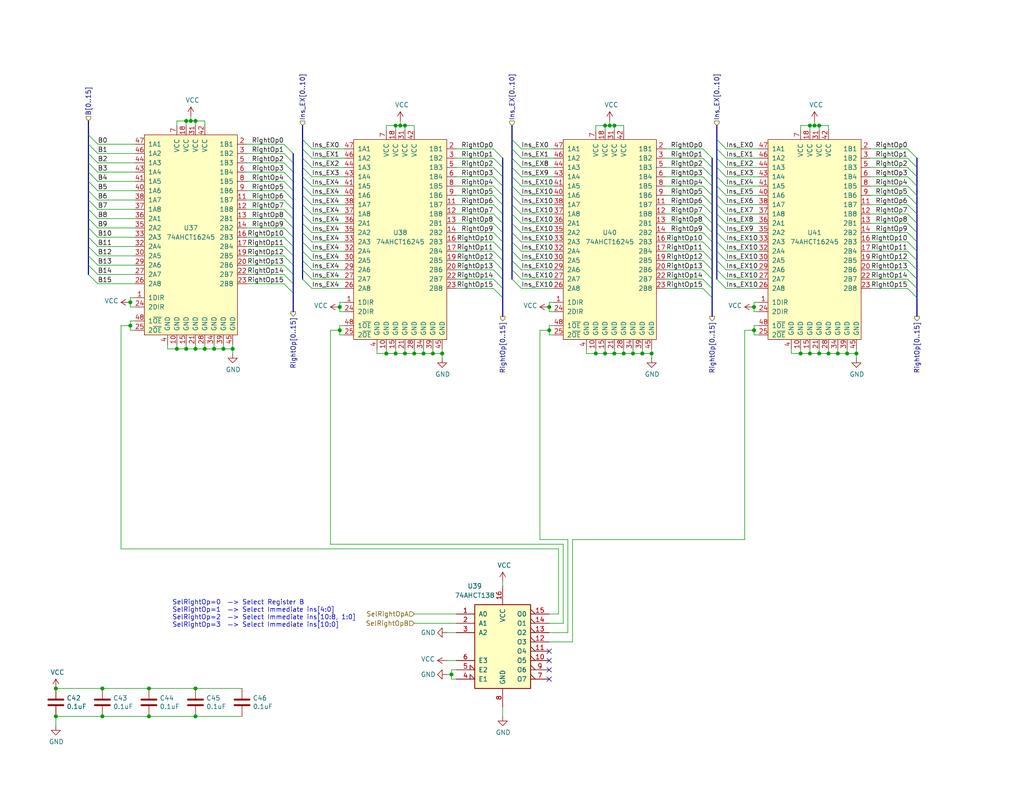
<source format=kicad_sch>
(kicad_sch (version 20230121) (generator eeschema)
  (paper "USLetter")
  (title_block (title "Select Right Operand") (date "2023-11-19") (rev "A") (comment 2 "from an immediate value contained in the instruction word.") (comment 3 "The right operand can either take the value from the B port of the register file, or") (comment 4 "Select the right operand to the ALU"))
  (lib_symbols
    (symbol "74xx (kicad5):74AHCT16245_ab" (pin_names (offset 1.016))
      (property "Reference" "U" (at 0 1.27 0))
      (property "Value" "74AHCT16245_ab" (at 0 -1.27 0))
      (symbol "74AHCT16245_ab_0_1"
        (rectangle (start -12.7 26.67) (end 12.7 -27.94) (fill (type background)))
      )
      (symbol "74AHCT16245_ab_1_1"
        (pin input line (at -15.24 -17.78 0) (length 2.54) (name "1DIR") (number "1"))
        (pin power_in line (at -3.81 -30.48 90) (length 2.54) (name "GND") (number "10"))
        (pin tri_state line (at 15.24 8.89 180) (length 2.54) (name "1B7") (number "11"))
        (pin tri_state line (at 15.24 6.35 180) (length 2.54) (name "1B8") (number "12"))
        (pin tri_state line (at 15.24 3.81 180) (length 2.54) (name "2B1") (number "13"))
        (pin tri_state line (at 15.24 1.27 180) (length 2.54) (name "2B2") (number "14"))
        (pin power_in line (at -1.27 -30.48 90) (length 2.54) (name "GND") (number "15"))
        (pin tri_state line (at 15.24 -1.27 180) (length 2.54) (name "2B3") (number "16"))
        (pin tri_state line (at 15.24 -3.81 180) (length 2.54) (name "2B4") (number "17"))
        (pin power_in line (at -1.27 29.21 270) (length 2.54) (name "VCC") (number "18"))
        (pin tri_state line (at 15.24 -6.35 180) (length 2.54) (name "2B5") (number "19"))
        (pin tri_state line (at 15.24 24.13 180) (length 2.54) (name "1B1") (number "2"))
        (pin tri_state line (at 15.24 -8.89 180) (length 2.54) (name "2B6") (number "20"))
        (pin power_in line (at 1.27 -30.48 90) (length 2.54) (name "GND") (number "21"))
        (pin tri_state line (at 15.24 -11.43 180) (length 2.54) (name "2B7") (number "22"))
        (pin tri_state line (at 15.24 -13.97 180) (length 2.54) (name "2B8") (number "23"))
        (pin input line (at -15.24 -20.32 0) (length 2.54) (name "2DIR") (number "24"))
        (pin input line (at -15.24 -26.67 0) (length 2.54) (name "2~{OE}") (number "25"))
        (pin input line (at -15.24 -13.97 0) (length 2.54) (name "2A8") (number "26"))
        (pin input line (at -15.24 -11.43 0) (length 2.54) (name "2A7") (number "27"))
        (pin power_in line (at 3.81 -30.48 90) (length 2.54) (name "GND") (number "28"))
        (pin input line (at -15.24 -8.89 0) (length 2.54) (name "2A6") (number "29"))
        (pin tri_state line (at 15.24 21.59 180) (length 2.54) (name "1B2") (number "3"))
        (pin input line (at -15.24 -6.35 0) (length 2.54) (name "2A5") (number "30"))
        (pin power_in line (at 1.27 29.21 270) (length 2.54) (name "VCC") (number "31"))
        (pin input line (at -15.24 -3.81 0) (length 2.54) (name "2A4") (number "32"))
        (pin input line (at -15.24 -1.27 0) (length 2.54) (name "2A3") (number "33"))
        (pin power_in line (at 6.35 -30.48 90) (length 2.54) (name "GND") (number "34"))
        (pin input line (at -15.24 1.27 0) (length 2.54) (name "2A2") (number "35"))
        (pin input line (at -15.24 3.81 0) (length 2.54) (name "2A1") (number "36"))
        (pin input line (at -15.24 6.35 0) (length 2.54) (name "1A8") (number "37"))
        (pin input line (at -15.24 8.89 0) (length 2.54) (name "1A7") (number "38"))
        (pin power_in line (at 8.89 -30.48 90) (length 2.54) (name "GND") (number "39"))
        (pin power_in line (at -6.35 -30.48 90) (length 2.54) (name "GND") (number "4"))
        (pin input line (at -15.24 11.43 0) (length 2.54) (name "1A6") (number "40"))
        (pin input line (at -15.24 13.97 0) (length 2.54) (name "1A5") (number "41"))
        (pin power_in line (at 3.81 29.21 270) (length 2.54) (name "VCC") (number "42"))
        (pin input line (at -15.24 16.51 0) (length 2.54) (name "1A4") (number "43"))
        (pin input line (at -15.24 19.05 0) (length 2.54) (name "1A3") (number "44"))
        (pin power_in line (at 11.43 -30.48 90) (length 2.54) (name "GND") (number "45"))
        (pin input line (at -15.24 21.59 0) (length 2.54) (name "1A2") (number "46"))
        (pin input line (at -15.24 24.13 0) (length 2.54) (name "1A1") (number "47"))
        (pin input line (at -15.24 -24.13 0) (length 2.54) (name "1~{OE}") (number "48"))
        (pin tri_state line (at 15.24 19.05 180) (length 2.54) (name "1B3") (number "5"))
        (pin tri_state line (at 15.24 16.51 180) (length 2.54) (name "1B4") (number "6"))
        (pin power_in line (at -3.81 29.21 270) (length 2.54) (name "VCC") (number "7"))
        (pin tri_state line (at 15.24 13.97 180) (length 2.54) (name "1B5") (number "8"))
        (pin tri_state line (at 15.24 11.43 180) (length 2.54) (name "1B6") (number "9"))
      )
    )
    (symbol "74xx:74LS138" (pin_names (offset 1.016))
      (property "Reference" "U" (at -7.62 11.43 0))
      (property "Value" "74LS138" (at -7.62 -13.97 0))
      (symbol "74LS138_1_0"
        (pin input line (at -12.7 7.62 0) (length 5.08) (name "A0") (number "1"))
        (pin output output_low (at 12.7 -5.08 180) (length 5.08) (name "O5") (number "10"))
        (pin output output_low (at 12.7 -2.54 180) (length 5.08) (name "O4") (number "11"))
        (pin output output_low (at 12.7 0 180) (length 5.08) (name "O3") (number "12"))
        (pin output output_low (at 12.7 2.54 180) (length 5.08) (name "O2") (number "13"))
        (pin output output_low (at 12.7 5.08 180) (length 5.08) (name "O1") (number "14"))
        (pin output output_low (at 12.7 7.62 180) (length 5.08) (name "O0") (number "15"))
        (pin power_in line (at 0 15.24 270) (length 5.08) (name "VCC") (number "16"))
        (pin input line (at -12.7 5.08 0) (length 5.08) (name "A1") (number "2"))
        (pin input line (at -12.7 2.54 0) (length 5.08) (name "A2") (number "3"))
        (pin input input_low (at -12.7 -10.16 0) (length 5.08) (name "E1") (number "4"))
        (pin input input_low (at -12.7 -7.62 0) (length 5.08) (name "E2") (number "5"))
        (pin input line (at -12.7 -5.08 0) (length 5.08) (name "E3") (number "6"))
        (pin output output_low (at 12.7 -10.16 180) (length 5.08) (name "O7") (number "7"))
        (pin power_in line (at 0 -17.78 90) (length 5.08) (name "GND") (number "8"))
        (pin output output_low (at 12.7 -7.62 180) (length 5.08) (name "O6") (number "9"))
      )
      (symbol "74LS138_1_1"
        (rectangle (start -7.62 10.16) (end 7.62 -12.7) (stroke (width 0.254)) (fill (type background)))
      )
    )
    (symbol "Device:C" (pin_numbers hide) (pin_names (offset 0.254))
      (property "Reference" "C" (at 0.635 2.54 0))
      (property "Value" "C" (at 0.635 -2.54 0))
      (symbol "C_0_1"
        (polyline (pts (xy -2.032 -0.762) (xy 2.032 -0.762)) (stroke (width 0.508)))
        (polyline (pts (xy -2.032 0.762) (xy 2.032 0.762)) (stroke (width 0.508)))
      )
      (symbol "C_1_1"
        (pin passive line (at 0 3.81 270) (length 2.794) (name "~") (number "1"))
        (pin passive line (at 0 -3.81 90) (length 2.794) (name "~") (number "2"))
      )
    )
    (symbol "power:GND" (power) (pin_names (offset 0))
      (property "Value" "GND" (at 0 -3.81 0))
      (symbol "GND_0_1"
        (polyline (pts (xy 0 0) (xy 0 -1.27) (xy 1.27 -1.27) (xy 0 -2.54) (xy -1.27 -1.27) (xy 0 -1.27)))
      )
      (symbol "GND_1_1"
        (pin power_in line (at 0 0 270) (length 0) hide (name "GND") (number "1"))
      )
    )
    (symbol "power:VCC" (power) (pin_names (offset 0))
      (property "Value" "VCC" (at 0 3.81 0))
      (symbol "VCC_0_1"
        (polyline (pts (xy -0.762 1.27) (xy 0 2.54)))
        (polyline (pts (xy 0 0) (xy 0 2.54)))
        (polyline (pts (xy 0 2.54) (xy 0.762 1.27)))
      )
      (symbol "VCC_1_1"
        (pin power_in line (at 0 0 90) (length 0) hide (name "VCC") (number "1"))
      )
    )
  )
  (junction (at 231.14 96.52))
  (junction (at 222.25 34.29))
  (junction (at 218.44 96.52))
  (junction (at 109.22 34.29))
  (junction (at 53.34 187.96))
  (junction (at 113.03 96.52))
  (junction (at 58.42 95.25))
  (junction (at 15.24 187.96))
  (junction (at 166.37 34.29))
  (junction (at 226.06 96.52))
  (junction (at 177.8 96.52))
  (junction (at 35.56 82.55))
  (junction (at 15.24 195.58))
  (junction (at 110.49 34.29))
  (junction (at 115.57 96.52))
  (junction (at 220.98 34.29))
  (junction (at 123.19 184.15))
  (junction (at 40.64 187.96))
  (junction (at 60.96 95.25))
  (junction (at 172.72 96.52))
  (junction (at 165.1 34.29))
  (junction (at 53.34 33.02))
  (junction (at 110.49 96.52))
  (junction (at 50.8 33.02))
  (junction (at 120.65 96.52))
  (junction (at 27.94 195.58))
  (junction (at 205.74 83.82))
  (junction (at 27.94 187.96))
  (junction (at 228.6 96.52))
  (junction (at 149.86 90.17))
  (junction (at 167.64 96.52))
  (junction (at 167.64 34.29))
  (junction (at 53.34 195.58))
  (junction (at 162.56 96.52))
  (junction (at 118.11 96.52))
  (junction (at 35.56 88.9))
  (junction (at 63.5 95.25))
  (junction (at 40.64 195.58))
  (junction (at 205.74 90.17))
  (junction (at 165.1 96.52))
  (junction (at 105.41 96.52))
  (junction (at 92.71 83.82))
  (junction (at 48.26 95.25))
  (junction (at 170.18 96.52))
  (junction (at 175.26 96.52))
  (junction (at 52.07 33.02))
  (junction (at 92.71 90.17))
  (junction (at 53.34 95.25))
  (junction (at 107.95 34.29))
  (junction (at 149.86 83.82))
  (junction (at 223.52 96.52))
  (junction (at 233.68 96.52))
  (junction (at 55.88 95.25))
  (junction (at 223.52 34.29))
  (junction (at 220.98 96.52))
  (junction (at 107.95 96.52))
  (junction (at 50.8 95.25))
  (no_connect (at 149.86 177.8))
  (no_connect (at 149.86 185.42))
  (no_connect (at 149.86 180.34))
  (no_connect (at 149.86 182.88))
  (bus_entry (at 24.13 46.99) (size 2.54 2.54))
  (bus_entry (at 198.12 40.64) (size -2.54 -2.54))
  (bus_entry (at 134.62 68.58) (size 2.54 2.54))
  (bus_entry (at 77.47 69.85) (size 2.54 2.54))
  (bus_entry (at 24.13 64.77) (size 2.54 2.54))
  (bus_entry (at 198.12 50.8) (size -2.54 -2.54))
  (bus_entry (at 142.24 76.2) (size -2.54 -2.54))
  (bus_entry (at 24.13 67.31) (size 2.54 2.54))
  (bus_entry (at 85.09 76.2) (size -2.54 -2.54))
  (bus_entry (at 77.47 46.99) (size 2.54 2.54))
  (bus_entry (at 77.47 49.53) (size 2.54 2.54))
  (bus_entry (at 191.77 76.2) (size 2.54 2.54))
  (bus_entry (at 77.47 67.31) (size 2.54 2.54))
  (bus_entry (at 134.62 40.64) (size 2.54 2.54))
  (bus_entry (at 85.09 43.18) (size -2.54 -2.54))
  (bus_entry (at 247.65 43.18) (size 2.54 2.54))
  (bus_entry (at 85.09 63.5) (size -2.54 -2.54))
  (bus_entry (at 85.09 53.34) (size -2.54 -2.54))
  (bus_entry (at 198.12 48.26) (size -2.54 -2.54))
  (bus_entry (at 142.24 55.88) (size -2.54 -2.54))
  (bus_entry (at 198.12 45.72) (size -2.54 -2.54))
  (bus_entry (at 247.65 50.8) (size 2.54 2.54))
  (bus_entry (at 85.09 45.72) (size -2.54 -2.54))
  (bus_entry (at 24.13 52.07) (size 2.54 2.54))
  (bus_entry (at 191.77 73.66) (size 2.54 2.54))
  (bus_entry (at 191.77 63.5) (size 2.54 2.54))
  (bus_entry (at 77.47 41.91) (size 2.54 2.54))
  (bus_entry (at 142.24 68.58) (size -2.54 -2.54))
  (bus_entry (at 247.65 71.12) (size 2.54 2.54))
  (bus_entry (at 191.77 78.74) (size 2.54 2.54))
  (bus_entry (at 85.09 68.58) (size -2.54 -2.54))
  (bus_entry (at 198.12 66.04) (size -2.54 -2.54))
  (bus_entry (at 247.65 48.26) (size 2.54 2.54))
  (bus_entry (at 85.09 78.74) (size -2.54 -2.54))
  (bus_entry (at 191.77 45.72) (size 2.54 2.54))
  (bus_entry (at 24.13 62.23) (size 2.54 2.54))
  (bus_entry (at 142.24 50.8) (size -2.54 -2.54))
  (bus_entry (at 247.65 68.58) (size 2.54 2.54))
  (bus_entry (at 77.47 62.23) (size 2.54 2.54))
  (bus_entry (at 198.12 43.18) (size -2.54 -2.54))
  (bus_entry (at 191.77 48.26) (size 2.54 2.54))
  (bus_entry (at 247.65 58.42) (size 2.54 2.54))
  (bus_entry (at 77.47 64.77) (size 2.54 2.54))
  (bus_entry (at 142.24 78.74) (size -2.54 -2.54))
  (bus_entry (at 191.77 50.8) (size 2.54 2.54))
  (bus_entry (at 191.77 68.58) (size 2.54 2.54))
  (bus_entry (at 77.47 59.69) (size 2.54 2.54))
  (bus_entry (at 247.65 55.88) (size 2.54 2.54))
  (bus_entry (at 247.65 40.64) (size 2.54 2.54))
  (bus_entry (at 134.62 66.04) (size 2.54 2.54))
  (bus_entry (at 191.77 55.88) (size 2.54 2.54))
  (bus_entry (at 24.13 49.53) (size 2.54 2.54))
  (bus_entry (at 191.77 53.34) (size 2.54 2.54))
  (bus_entry (at 134.62 76.2) (size 2.54 2.54))
  (bus_entry (at 77.47 57.15) (size 2.54 2.54))
  (bus_entry (at 198.12 78.74) (size -2.54 -2.54))
  (bus_entry (at 24.13 36.83) (size 2.54 2.54))
  (bus_entry (at 24.13 39.37) (size 2.54 2.54))
  (bus_entry (at 142.24 40.64) (size -2.54 -2.54))
  (bus_entry (at 85.09 71.12) (size -2.54 -2.54))
  (bus_entry (at 134.62 58.42) (size 2.54 2.54))
  (bus_entry (at 134.62 63.5) (size 2.54 2.54))
  (bus_entry (at 134.62 78.74) (size 2.54 2.54))
  (bus_entry (at 198.12 53.34) (size -2.54 -2.54))
  (bus_entry (at 77.47 39.37) (size 2.54 2.54))
  (bus_entry (at 134.62 55.88) (size 2.54 2.54))
  (bus_entry (at 134.62 73.66) (size 2.54 2.54))
  (bus_entry (at 134.62 60.96) (size 2.54 2.54))
  (bus_entry (at 24.13 69.85) (size 2.54 2.54))
  (bus_entry (at 142.24 63.5) (size -2.54 -2.54))
  (bus_entry (at 198.12 55.88) (size -2.54 -2.54))
  (bus_entry (at 142.24 71.12) (size -2.54 -2.54))
  (bus_entry (at 191.77 60.96) (size 2.54 2.54))
  (bus_entry (at 77.47 74.93) (size 2.54 2.54))
  (bus_entry (at 85.09 55.88) (size -2.54 -2.54))
  (bus_entry (at 134.62 50.8) (size 2.54 2.54))
  (bus_entry (at 134.62 45.72) (size 2.54 2.54))
  (bus_entry (at 85.09 73.66) (size -2.54 -2.54))
  (bus_entry (at 134.62 53.34) (size 2.54 2.54))
  (bus_entry (at 198.12 58.42) (size -2.54 -2.54))
  (bus_entry (at 85.09 66.04) (size -2.54 -2.54))
  (bus_entry (at 198.12 63.5) (size -2.54 -2.54))
  (bus_entry (at 24.13 41.91) (size 2.54 2.54))
  (bus_entry (at 247.65 66.04) (size 2.54 2.54))
  (bus_entry (at 85.09 50.8) (size -2.54 -2.54))
  (bus_entry (at 198.12 60.96) (size -2.54 -2.54))
  (bus_entry (at 142.24 60.96) (size -2.54 -2.54))
  (bus_entry (at 198.12 71.12) (size -2.54 -2.54))
  (bus_entry (at 142.24 45.72) (size -2.54 -2.54))
  (bus_entry (at 85.09 48.26) (size -2.54 -2.54))
  (bus_entry (at 142.24 53.34) (size -2.54 -2.54))
  (bus_entry (at 247.65 60.96) (size 2.54 2.54))
  (bus_entry (at 191.77 58.42) (size 2.54 2.54))
  (bus_entry (at 85.09 58.42) (size -2.54 -2.54))
  (bus_entry (at 191.77 71.12) (size 2.54 2.54))
  (bus_entry (at 85.09 40.64) (size -2.54 -2.54))
  (bus_entry (at 198.12 68.58) (size -2.54 -2.54))
  (bus_entry (at 24.13 72.39) (size 2.54 2.54))
  (bus_entry (at 77.47 52.07) (size 2.54 2.54))
  (bus_entry (at 142.24 48.26) (size -2.54 -2.54))
  (bus_entry (at 191.77 43.18) (size 2.54 2.54))
  (bus_entry (at 77.47 44.45) (size 2.54 2.54))
  (bus_entry (at 24.13 44.45) (size 2.54 2.54))
  (bus_entry (at 191.77 40.64) (size 2.54 2.54))
  (bus_entry (at 85.09 60.96) (size -2.54 -2.54))
  (bus_entry (at 142.24 43.18) (size -2.54 -2.54))
  (bus_entry (at 134.62 71.12) (size 2.54 2.54))
  (bus_entry (at 247.65 63.5) (size 2.54 2.54))
  (bus_entry (at 134.62 43.18) (size 2.54 2.54))
  (bus_entry (at 77.47 54.61) (size 2.54 2.54))
  (bus_entry (at 247.65 73.66) (size 2.54 2.54))
  (bus_entry (at 77.47 77.47) (size 2.54 2.54))
  (bus_entry (at 198.12 73.66) (size -2.54 -2.54))
  (bus_entry (at 247.65 78.74) (size 2.54 2.54))
  (bus_entry (at 142.24 58.42) (size -2.54 -2.54))
  (bus_entry (at 142.24 66.04) (size -2.54 -2.54))
  (bus_entry (at 198.12 76.2) (size -2.54 -2.54))
  (bus_entry (at 142.24 73.66) (size -2.54 -2.54))
  (bus_entry (at 24.13 59.69) (size 2.54 2.54))
  (bus_entry (at 77.47 72.39) (size 2.54 2.54))
  (bus_entry (at 247.65 76.2) (size 2.54 2.54))
  (bus_entry (at 191.77 66.04) (size 2.54 2.54))
  (bus_entry (at 24.13 57.15) (size 2.54 2.54))
  (bus_entry (at 247.65 53.34) (size 2.54 2.54))
  (bus_entry (at 24.13 74.93) (size 2.54 2.54))
  (bus_entry (at 24.13 54.61) (size 2.54 2.54))
  (bus_entry (at 134.62 48.26) (size 2.54 2.54))
  (bus_entry (at 247.65 45.72) (size 2.54 2.54))
  (wire (pts (xy 40.64 195.58) (xy 27.94 195.58)))
  (bus (pts (xy 194.31 76.2) (xy 194.31 78.74)))
  (wire (pts (xy 85.09 68.58) (xy 93.98 68.58)))
  (wire (pts (xy 115.57 96.52) (xy 115.57 95.25)))
  (wire (pts (xy 35.56 81.28) (xy 35.56 82.55)))
  (bus (pts (xy 139.7 53.34) (xy 139.7 55.88)))
  (bus (pts (xy 139.7 63.5) (xy 139.7 66.04)))
  (wire (pts (xy 203.2 90.17) (xy 203.2 147.32)))
  (wire (pts (xy 162.56 96.52) (xy 165.1 96.52)))
  (bus (pts (xy 24.13 64.77) (xy 24.13 67.31)))
  (wire (pts (xy 142.24 73.66) (xy 151.13 73.66)))
  (wire (pts (xy 121.92 172.72) (xy 124.46 172.72)))
  (bus (pts (xy 139.7 34.29) (xy 139.7 38.1)))
  (bus (pts (xy 195.58 40.64) (xy 195.58 43.18)))
  (wire (pts (xy 142.24 50.8) (xy 151.13 50.8)))
  (wire (pts (xy 218.44 96.52) (xy 220.98 96.52)))
  (wire (pts (xy 77.47 62.23) (xy 67.31 62.23)))
  (wire (pts (xy 118.11 96.52) (xy 120.65 96.52)))
  (wire (pts (xy 215.9 95.25) (xy 215.9 96.52)))
  (wire (pts (xy 26.67 41.91) (xy 36.83 41.91)))
  (bus (pts (xy 250.19 78.74) (xy 250.19 81.28)))
  (wire (pts (xy 105.41 34.29) (xy 107.95 34.29)))
  (bus (pts (xy 80.01 52.07) (xy 80.01 54.61)))
  (wire (pts (xy 166.37 33.02) (xy 166.37 34.29)))
  (wire (pts (xy 110.49 34.29) (xy 113.03 34.29)))
  (wire (pts (xy 77.47 44.45) (xy 67.31 44.45)))
  (wire (pts (xy 191.77 71.12) (xy 181.61 71.12)))
  (bus (pts (xy 195.58 73.66) (xy 195.58 76.2)))
  (wire (pts (xy 60.96 95.25) (xy 63.5 95.25)))
  (bus (pts (xy 24.13 69.85) (xy 24.13 72.39)))
  (bus (pts (xy 82.55 55.88) (xy 82.55 58.42)))
  (wire (pts (xy 137.16 158.75) (xy 137.16 160.02)))
  (wire (pts (xy 191.77 58.42) (xy 181.61 58.42)))
  (wire (pts (xy 26.67 54.61) (xy 36.83 54.61)))
  (wire (pts (xy 55.88 95.25) (xy 53.34 95.25)))
  (wire (pts (xy 26.67 49.53) (xy 36.83 49.53)))
  (wire (pts (xy 207.01 82.55) (xy 205.74 82.55)))
  (wire (pts (xy 149.86 85.09) (xy 151.13 85.09)))
  (wire (pts (xy 170.18 96.52) (xy 170.18 95.25)))
  (bus (pts (xy 139.7 40.64) (xy 139.7 43.18)))
  (wire (pts (xy 156.21 147.32) (xy 203.2 147.32)))
  (wire (pts (xy 191.77 66.04) (xy 181.61 66.04)))
  (wire (pts (xy 26.67 39.37) (xy 36.83 39.37)))
  (bus (pts (xy 24.13 57.15) (xy 24.13 59.69)))
  (wire (pts (xy 121.92 184.15) (xy 123.19 184.15)))
  (wire (pts (xy 109.22 33.02) (xy 109.22 34.29)))
  (wire (pts (xy 105.41 35.56) (xy 105.41 34.29)))
  (bus (pts (xy 194.31 48.26) (xy 194.31 50.8)))
  (wire (pts (xy 134.62 71.12) (xy 124.46 71.12)))
  (wire (pts (xy 167.64 96.52) (xy 167.64 95.25)))
  (bus (pts (xy 82.55 53.34) (xy 82.55 55.88)))
  (wire (pts (xy 123.19 184.15) (xy 123.19 185.42)))
  (wire (pts (xy 247.65 76.2) (xy 237.49 76.2)))
  (bus (pts (xy 137.16 68.58) (xy 137.16 71.12)))
  (wire (pts (xy 35.56 83.82) (xy 36.83 83.82)))
  (bus (pts (xy 24.13 52.07) (xy 24.13 54.61)))
  (wire (pts (xy 153.67 148.59) (xy 153.67 170.18)))
  (wire (pts (xy 27.94 195.58) (xy 15.24 195.58)))
  (wire (pts (xy 191.77 60.96) (xy 181.61 60.96)))
  (wire (pts (xy 33.02 149.86) (xy 152.4 149.86)))
  (wire (pts (xy 66.04 195.58) (xy 53.34 195.58)))
  (bus (pts (xy 82.55 66.04) (xy 82.55 68.58)))
  (wire (pts (xy 191.77 53.34) (xy 181.61 53.34)))
  (wire (pts (xy 26.67 69.85) (xy 36.83 69.85)))
  (wire (pts (xy 191.77 76.2) (xy 181.61 76.2)))
  (wire (pts (xy 134.62 60.96) (xy 124.46 60.96)))
  (bus (pts (xy 137.16 48.26) (xy 137.16 50.8)))
  (wire (pts (xy 198.12 73.66) (xy 207.01 73.66)))
  (wire (pts (xy 198.12 63.5) (xy 207.01 63.5)))
  (wire (pts (xy 53.34 95.25) (xy 53.34 93.98)))
  (wire (pts (xy 226.06 96.52) (xy 226.06 95.25)))
  (wire (pts (xy 134.62 40.64) (xy 124.46 40.64)))
  (wire (pts (xy 175.26 96.52) (xy 175.26 95.25)))
  (bus (pts (xy 195.58 66.04) (xy 195.58 68.58)))
  (wire (pts (xy 198.12 50.8) (xy 207.01 50.8)))
  (wire (pts (xy 191.77 63.5) (xy 181.61 63.5)))
  (bus (pts (xy 195.58 53.34) (xy 195.58 55.88)))
  (wire (pts (xy 36.83 87.63) (xy 35.56 87.63)))
  (bus (pts (xy 137.16 76.2) (xy 137.16 78.74)))
  (wire (pts (xy 77.47 49.53) (xy 67.31 49.53)))
  (bus (pts (xy 195.58 71.12) (xy 195.58 73.66)))
  (wire (pts (xy 63.5 95.25) (xy 63.5 93.98)))
  (bus (pts (xy 80.01 54.61) (xy 80.01 57.15)))
  (bus (pts (xy 24.13 49.53) (xy 24.13 52.07)))
  (wire (pts (xy 162.56 95.25) (xy 162.56 96.52)))
  (wire (pts (xy 165.1 95.25) (xy 165.1 96.52)))
  (wire (pts (xy 134.62 43.18) (xy 124.46 43.18)))
  (wire (pts (xy 53.34 187.96) (xy 66.04 187.96)))
  (wire (pts (xy 247.65 45.72) (xy 237.49 45.72)))
  (wire (pts (xy 142.24 43.18) (xy 151.13 43.18)))
  (wire (pts (xy 85.09 71.12) (xy 93.98 71.12)))
  (bus (pts (xy 24.13 54.61) (xy 24.13 57.15)))
  (wire (pts (xy 107.95 95.25) (xy 107.95 96.52)))
  (bus (pts (xy 137.16 53.34) (xy 137.16 55.88)))
  (bus (pts (xy 195.58 68.58) (xy 195.58 71.12)))
  (wire (pts (xy 15.24 198.12) (xy 15.24 195.58)))
  (wire (pts (xy 53.34 195.58) (xy 40.64 195.58)))
  (wire (pts (xy 134.62 76.2) (xy 124.46 76.2)))
  (wire (pts (xy 220.98 34.29) (xy 222.25 34.29)))
  (wire (pts (xy 50.8 93.98) (xy 50.8 95.25)))
  (wire (pts (xy 198.12 76.2) (xy 207.01 76.2)))
  (wire (pts (xy 113.03 167.64) (xy 124.46 167.64)))
  (bus (pts (xy 250.19 50.8) (xy 250.19 53.34)))
  (bus (pts (xy 82.55 38.1) (xy 82.55 40.64)))
  (bus (pts (xy 80.01 74.93) (xy 80.01 77.47)))
  (wire (pts (xy 247.65 60.96) (xy 237.49 60.96)))
  (wire (pts (xy 77.47 67.31) (xy 67.31 67.31)))
  (bus (pts (xy 194.31 63.5) (xy 194.31 66.04)))
  (bus (pts (xy 82.55 40.64) (xy 82.55 43.18)))
  (wire (pts (xy 177.8 97.79) (xy 177.8 96.52)))
  (wire (pts (xy 107.95 35.56) (xy 107.95 34.29)))
  (wire (pts (xy 198.12 55.88) (xy 207.01 55.88)))
  (wire (pts (xy 90.17 148.59) (xy 153.67 148.59)))
  (wire (pts (xy 26.67 59.69) (xy 36.83 59.69)))
  (wire (pts (xy 149.86 88.9) (xy 149.86 90.17)))
  (wire (pts (xy 191.77 55.88) (xy 181.61 55.88)))
  (wire (pts (xy 77.47 77.47) (xy 67.31 77.47)))
  (wire (pts (xy 90.17 90.17) (xy 90.17 148.59)))
  (wire (pts (xy 142.24 60.96) (xy 151.13 60.96)))
  (bus (pts (xy 82.55 73.66) (xy 82.55 76.2)))
  (wire (pts (xy 198.12 40.64) (xy 207.01 40.64)))
  (bus (pts (xy 82.55 45.72) (xy 82.55 48.26)))
  (wire (pts (xy 110.49 35.56) (xy 110.49 34.29)))
  (bus (pts (xy 80.01 62.23) (xy 80.01 64.77)))
  (wire (pts (xy 218.44 34.29) (xy 220.98 34.29)))
  (wire (pts (xy 165.1 35.56) (xy 165.1 34.29)))
  (wire (pts (xy 198.12 53.34) (xy 207.01 53.34)))
  (wire (pts (xy 121.92 180.34) (xy 124.46 180.34)))
  (wire (pts (xy 142.24 40.64) (xy 151.13 40.64)))
  (wire (pts (xy 247.65 55.88) (xy 237.49 55.88)))
  (bus (pts (xy 195.58 63.5) (xy 195.58 66.04)))
  (wire (pts (xy 134.62 73.66) (xy 124.46 73.66)))
  (wire (pts (xy 92.71 83.82) (xy 92.71 85.09)))
  (bus (pts (xy 139.7 45.72) (xy 139.7 48.26)))
  (bus (pts (xy 24.13 36.83) (xy 24.13 39.37)))
  (bus (pts (xy 137.16 78.74) (xy 137.16 81.28)))
  (wire (pts (xy 77.47 41.91) (xy 67.31 41.91)))
  (wire (pts (xy 191.77 50.8) (xy 181.61 50.8)))
  (wire (pts (xy 226.06 96.52) (xy 223.52 96.52)))
  (wire (pts (xy 85.09 58.42) (xy 93.98 58.42)))
  (bus (pts (xy 195.58 50.8) (xy 195.58 53.34)))
  (wire (pts (xy 92.71 88.9) (xy 92.71 90.17)))
  (bus (pts (xy 139.7 71.12) (xy 139.7 73.66)))
  (bus (pts (xy 194.31 43.18) (xy 194.31 45.72)))
  (wire (pts (xy 77.47 59.69) (xy 67.31 59.69)))
  (wire (pts (xy 149.86 172.72) (xy 154.94 172.72)))
  (bus (pts (xy 82.55 71.12) (xy 82.55 73.66)))
  (wire (pts (xy 198.12 68.58) (xy 207.01 68.58)))
  (wire (pts (xy 113.03 34.29) (xy 113.03 35.56)))
  (wire (pts (xy 15.24 187.96) (xy 27.94 187.96)))
  (wire (pts (xy 105.41 95.25) (xy 105.41 96.52)))
  (wire (pts (xy 154.94 147.32) (xy 154.94 172.72)))
  (wire (pts (xy 247.65 66.04) (xy 237.49 66.04)))
  (wire (pts (xy 134.62 78.74) (xy 124.46 78.74)))
  (wire (pts (xy 220.98 35.56) (xy 220.98 34.29)))
  (wire (pts (xy 110.49 96.52) (xy 110.49 95.25)))
  (wire (pts (xy 149.86 91.44) (xy 151.13 91.44)))
  (wire (pts (xy 137.16 193.04) (xy 137.16 195.58)))
  (wire (pts (xy 92.71 82.55) (xy 92.71 83.82)))
  (wire (pts (xy 107.95 34.29) (xy 109.22 34.29)))
  (bus (pts (xy 137.16 43.18) (xy 137.16 45.72)))
  (wire (pts (xy 198.12 43.18) (xy 207.01 43.18)))
  (wire (pts (xy 113.03 96.52) (xy 113.03 95.25)))
  (wire (pts (xy 26.67 57.15) (xy 36.83 57.15)))
  (bus (pts (xy 194.31 58.42) (xy 194.31 60.96)))
  (wire (pts (xy 113.03 96.52) (xy 110.49 96.52)))
  (wire (pts (xy 207.01 88.9) (xy 205.74 88.9)))
  (wire (pts (xy 123.19 185.42) (xy 124.46 185.42)))
  (wire (pts (xy 26.67 46.99) (xy 36.83 46.99)))
  (wire (pts (xy 134.62 48.26) (xy 124.46 48.26)))
  (bus (pts (xy 139.7 73.66) (xy 139.7 76.2)))
  (bus (pts (xy 250.19 48.26) (xy 250.19 50.8)))
  (wire (pts (xy 85.09 43.18) (xy 93.98 43.18)))
  (wire (pts (xy 118.11 96.52) (xy 118.11 95.25)))
  (wire (pts (xy 55.88 95.25) (xy 55.88 93.98)))
  (wire (pts (xy 26.67 77.47) (xy 36.83 77.47)))
  (wire (pts (xy 50.8 95.25) (xy 53.34 95.25)))
  (bus (pts (xy 194.31 66.04) (xy 194.31 68.58)))
  (wire (pts (xy 63.5 96.52) (xy 63.5 95.25)))
  (wire (pts (xy 85.09 76.2) (xy 93.98 76.2)))
  (bus (pts (xy 194.31 55.88) (xy 194.31 58.42)))
  (wire (pts (xy 52.07 31.75) (xy 52.07 33.02)))
  (wire (pts (xy 77.47 54.61) (xy 67.31 54.61)))
  (wire (pts (xy 233.68 97.79) (xy 233.68 96.52)))
  (wire (pts (xy 26.67 72.39) (xy 36.83 72.39)))
  (wire (pts (xy 165.1 34.29) (xy 166.37 34.29)))
  (bus (pts (xy 194.31 50.8) (xy 194.31 53.34)))
  (wire (pts (xy 247.65 40.64) (xy 237.49 40.64)))
  (wire (pts (xy 115.57 96.52) (xy 113.03 96.52)))
  (wire (pts (xy 222.25 33.02) (xy 222.25 34.29)))
  (wire (pts (xy 48.26 34.29) (xy 48.26 33.02)))
  (wire (pts (xy 35.56 90.17) (xy 36.83 90.17)))
  (wire (pts (xy 142.24 53.34) (xy 151.13 53.34)))
  (bus (pts (xy 24.13 39.37) (xy 24.13 41.91)))
  (bus (pts (xy 195.58 43.18) (xy 195.58 45.72)))
  (wire (pts (xy 102.87 95.25) (xy 102.87 96.52)))
  (wire (pts (xy 247.65 43.18) (xy 237.49 43.18)))
  (wire (pts (xy 26.67 64.77) (xy 36.83 64.77)))
  (wire (pts (xy 26.67 52.07) (xy 36.83 52.07)))
  (wire (pts (xy 160.02 95.25) (xy 160.02 96.52)))
  (wire (pts (xy 228.6 96.52) (xy 231.14 96.52)))
  (bus (pts (xy 82.55 48.26) (xy 82.55 50.8)))
  (wire (pts (xy 172.72 96.52) (xy 175.26 96.52)))
  (wire (pts (xy 149.86 83.82) (xy 149.86 85.09)))
  (wire (pts (xy 223.52 35.56) (xy 223.52 34.29)))
  (wire (pts (xy 198.12 66.04) (xy 207.01 66.04)))
  (wire (pts (xy 134.62 68.58) (xy 124.46 68.58)))
  (wire (pts (xy 149.86 175.26) (xy 156.21 175.26)))
  (wire (pts (xy 162.56 35.56) (xy 162.56 34.29)))
  (wire (pts (xy 26.67 67.31) (xy 36.83 67.31)))
  (wire (pts (xy 50.8 34.29) (xy 50.8 33.02)))
  (wire (pts (xy 247.65 68.58) (xy 237.49 68.58)))
  (bus (pts (xy 80.01 49.53) (xy 80.01 52.07)))
  (wire (pts (xy 35.56 88.9) (xy 35.56 90.17)))
  (wire (pts (xy 149.86 82.55) (xy 149.86 83.82)))
  (wire (pts (xy 247.65 53.34) (xy 237.49 53.34)))
  (bus (pts (xy 80.01 72.39) (xy 80.01 74.93)))
  (bus (pts (xy 139.7 58.42) (xy 139.7 60.96)))
  (wire (pts (xy 215.9 96.52) (xy 218.44 96.52)))
  (bus (pts (xy 24.13 59.69) (xy 24.13 62.23)))
  (bus (pts (xy 137.16 63.5) (xy 137.16 66.04)))
  (wire (pts (xy 205.74 90.17) (xy 203.2 90.17)))
  (bus (pts (xy 137.16 66.04) (xy 137.16 68.58)))
  (wire (pts (xy 162.56 34.29) (xy 165.1 34.29)))
  (wire (pts (xy 198.12 60.96) (xy 207.01 60.96)))
  (bus (pts (xy 24.13 72.39) (xy 24.13 74.93)))
  (bus (pts (xy 139.7 55.88) (xy 139.7 58.42)))
  (bus (pts (xy 250.19 43.18) (xy 250.19 45.72)))
  (wire (pts (xy 55.88 33.02) (xy 55.88 34.29)))
  (wire (pts (xy 58.42 95.25) (xy 58.42 93.98)))
  (wire (pts (xy 223.52 34.29) (xy 226.06 34.29)))
  (wire (pts (xy 170.18 34.29) (xy 170.18 35.56)))
  (wire (pts (xy 198.12 45.72) (xy 207.01 45.72)))
  (wire (pts (xy 175.26 96.52) (xy 177.8 96.52)))
  (wire (pts (xy 205.74 85.09) (xy 207.01 85.09)))
  (wire (pts (xy 85.09 45.72) (xy 93.98 45.72)))
  (bus (pts (xy 24.13 44.45) (xy 24.13 46.99)))
  (wire (pts (xy 151.13 82.55) (xy 149.86 82.55)))
  (wire (pts (xy 102.87 96.52) (xy 105.41 96.52)))
  (wire (pts (xy 60.96 95.25) (xy 60.96 93.98)))
  (bus (pts (xy 137.16 71.12) (xy 137.16 73.66)))
  (wire (pts (xy 228.6 96.52) (xy 228.6 95.25)))
  (bus (pts (xy 139.7 38.1) (xy 139.7 40.64)))
  (wire (pts (xy 142.24 63.5) (xy 151.13 63.5)))
  (wire (pts (xy 134.62 50.8) (xy 124.46 50.8)))
  (wire (pts (xy 109.22 34.29) (xy 110.49 34.29)))
  (bus (pts (xy 195.58 55.88) (xy 195.58 58.42)))
  (bus (pts (xy 194.31 60.96) (xy 194.31 63.5)))
  (wire (pts (xy 26.67 62.23) (xy 36.83 62.23)))
  (wire (pts (xy 35.56 88.9) (xy 33.02 88.9)))
  (wire (pts (xy 191.77 43.18) (xy 181.61 43.18)))
  (bus (pts (xy 194.31 45.72) (xy 194.31 48.26)))
  (wire (pts (xy 85.09 48.26) (xy 93.98 48.26)))
  (wire (pts (xy 153.67 170.18) (xy 149.86 170.18)))
  (bus (pts (xy 137.16 58.42) (xy 137.16 60.96)))
  (wire (pts (xy 191.77 73.66) (xy 181.61 73.66)))
  (bus (pts (xy 194.31 71.12) (xy 194.31 73.66)))
  (wire (pts (xy 233.68 96.52) (xy 233.68 95.25)))
  (wire (pts (xy 77.47 52.07) (xy 67.31 52.07)))
  (bus (pts (xy 250.19 45.72) (xy 250.19 48.26)))
  (bus (pts (xy 82.55 50.8) (xy 82.55 53.34)))
  (wire (pts (xy 218.44 95.25) (xy 218.44 96.52)))
  (wire (pts (xy 115.57 96.52) (xy 118.11 96.52)))
  (wire (pts (xy 85.09 55.88) (xy 93.98 55.88)))
  (bus (pts (xy 80.01 69.85) (xy 80.01 72.39)))
  (bus (pts (xy 250.19 55.88) (xy 250.19 58.42)))
  (wire (pts (xy 198.12 58.42) (xy 207.01 58.42)))
  (bus (pts (xy 195.58 34.29) (xy 195.58 38.1)))
  (wire (pts (xy 222.25 34.29) (xy 223.52 34.29)))
  (wire (pts (xy 85.09 50.8) (xy 93.98 50.8)))
  (wire (pts (xy 124.46 182.88) (xy 123.19 182.88)))
  (wire (pts (xy 85.09 73.66) (xy 93.98 73.66)))
  (wire (pts (xy 85.09 66.04) (xy 93.98 66.04)))
  (wire (pts (xy 205.74 91.44) (xy 207.01 91.44)))
  (wire (pts (xy 142.24 58.42) (xy 151.13 58.42)))
  (wire (pts (xy 165.1 96.52) (xy 167.64 96.52)))
  (wire (pts (xy 247.65 58.42) (xy 237.49 58.42)))
  (wire (pts (xy 205.74 90.17) (xy 205.74 91.44)))
  (wire (pts (xy 156.21 147.32) (xy 156.21 175.26)))
  (bus (pts (xy 137.16 45.72) (xy 137.16 48.26)))
  (wire (pts (xy 45.72 93.98) (xy 45.72 95.25)))
  (wire (pts (xy 231.14 96.52) (xy 233.68 96.52)))
  (wire (pts (xy 77.47 39.37) (xy 67.31 39.37)))
  (wire (pts (xy 92.71 90.17) (xy 90.17 90.17)))
  (wire (pts (xy 36.83 81.28) (xy 35.56 81.28)))
  (wire (pts (xy 142.24 48.26) (xy 151.13 48.26)))
  (wire (pts (xy 167.64 34.29) (xy 170.18 34.29)))
  (wire (pts (xy 77.47 57.15) (xy 67.31 57.15)))
  (bus (pts (xy 24.13 46.99) (xy 24.13 49.53)))
  (bus (pts (xy 250.19 66.04) (xy 250.19 68.58)))
  (bus (pts (xy 137.16 73.66) (xy 137.16 76.2)))
  (wire (pts (xy 151.13 88.9) (xy 149.86 88.9)))
  (bus (pts (xy 194.31 53.34) (xy 194.31 55.88)))
  (bus (pts (xy 82.55 60.96) (xy 82.55 63.5)))
  (bus (pts (xy 195.58 48.26) (xy 195.58 50.8)))
  (bus (pts (xy 139.7 43.18) (xy 139.7 45.72)))
  (wire (pts (xy 198.12 78.74) (xy 207.01 78.74)))
  (wire (pts (xy 142.24 78.74) (xy 151.13 78.74)))
  (bus (pts (xy 194.31 73.66) (xy 194.31 76.2)))
  (bus (pts (xy 82.55 68.58) (xy 82.55 71.12)))
  (wire (pts (xy 228.6 96.52) (xy 226.06 96.52)))
  (wire (pts (xy 142.24 68.58) (xy 151.13 68.58)))
  (bus (pts (xy 250.19 53.34) (xy 250.19 55.88)))
  (wire (pts (xy 223.52 96.52) (xy 223.52 95.25)))
  (wire (pts (xy 226.06 34.29) (xy 226.06 35.56)))
  (wire (pts (xy 105.41 96.52) (xy 107.95 96.52)))
  (wire (pts (xy 92.71 85.09) (xy 93.98 85.09)))
  (bus (pts (xy 82.55 63.5) (xy 82.55 66.04)))
  (bus (pts (xy 194.31 81.28) (xy 194.31 86.36)))
  (bus (pts (xy 80.01 64.77) (xy 80.01 67.31)))
  (bus (pts (xy 250.19 63.5) (xy 250.19 66.04)))
  (bus (pts (xy 137.16 55.88) (xy 137.16 58.42)))
  (wire (pts (xy 247.65 63.5) (xy 237.49 63.5)))
  (wire (pts (xy 170.18 96.52) (xy 167.64 96.52)))
  (wire (pts (xy 77.47 74.93) (xy 67.31 74.93)))
  (wire (pts (xy 220.98 96.52) (xy 223.52 96.52)))
  (bus (pts (xy 139.7 48.26) (xy 139.7 50.8)))
  (bus (pts (xy 24.13 62.23) (xy 24.13 64.77)))
  (bus (pts (xy 82.55 34.29) (xy 82.55 38.1)))
  (bus (pts (xy 194.31 68.58) (xy 194.31 71.12)))
  (wire (pts (xy 198.12 48.26) (xy 207.01 48.26)))
  (wire (pts (xy 120.65 96.52) (xy 120.65 95.25)))
  (wire (pts (xy 205.74 83.82) (xy 205.74 85.09)))
  (bus (pts (xy 250.19 71.12) (xy 250.19 73.66)))
  (wire (pts (xy 113.03 170.18) (xy 124.46 170.18)))
  (wire (pts (xy 134.62 45.72) (xy 124.46 45.72)))
  (wire (pts (xy 50.8 33.02) (xy 52.07 33.02)))
  (wire (pts (xy 93.98 82.55) (xy 92.71 82.55)))
  (wire (pts (xy 48.26 95.25) (xy 50.8 95.25)))
  (bus (pts (xy 80.01 59.69) (xy 80.01 62.23)))
  (wire (pts (xy 191.77 78.74) (xy 181.61 78.74)))
  (wire (pts (xy 123.19 182.88) (xy 123.19 184.15)))
  (bus (pts (xy 24.13 33.02) (xy 24.13 36.83)))
  (wire (pts (xy 77.47 69.85) (xy 67.31 69.85)))
  (bus (pts (xy 250.19 68.58) (xy 250.19 71.12)))
  (wire (pts (xy 142.24 71.12) (xy 151.13 71.12)))
  (wire (pts (xy 85.09 53.34) (xy 93.98 53.34)))
  (wire (pts (xy 26.67 74.93) (xy 36.83 74.93)))
  (wire (pts (xy 160.02 96.52) (xy 162.56 96.52)))
  (wire (pts (xy 27.94 187.96) (xy 40.64 187.96)))
  (bus (pts (xy 139.7 60.96) (xy 139.7 63.5)))
  (bus (pts (xy 250.19 76.2) (xy 250.19 78.74)))
  (bus (pts (xy 82.55 43.18) (xy 82.55 45.72)))
  (wire (pts (xy 218.44 35.56) (xy 218.44 34.29)))
  (bus (pts (xy 250.19 73.66) (xy 250.19 76.2)))
  (bus (pts (xy 139.7 50.8) (xy 139.7 53.34)))
  (wire (pts (xy 147.32 90.17) (xy 147.32 147.32)))
  (bus (pts (xy 139.7 68.58) (xy 139.7 71.12)))
  (wire (pts (xy 191.77 40.64) (xy 181.61 40.64)))
  (wire (pts (xy 134.62 58.42) (xy 124.46 58.42)))
  (wire (pts (xy 45.72 95.25) (xy 48.26 95.25)))
  (bus (pts (xy 80.01 80.01) (xy 80.01 85.09)))
  (wire (pts (xy 191.77 45.72) (xy 181.61 45.72)))
  (wire (pts (xy 134.62 66.04) (xy 124.46 66.04)))
  (bus (pts (xy 80.01 44.45) (xy 80.01 46.99)))
  (wire (pts (xy 177.8 96.52) (xy 177.8 95.25)))
  (wire (pts (xy 40.64 187.96) (xy 53.34 187.96)))
  (bus (pts (xy 195.58 60.96) (xy 195.58 63.5)))
  (wire (pts (xy 48.26 33.02) (xy 50.8 33.02)))
  (bus (pts (xy 139.7 66.04) (xy 139.7 68.58)))
  (wire (pts (xy 134.62 63.5) (xy 124.46 63.5)))
  (wire (pts (xy 92.71 90.17) (xy 92.71 91.44)))
  (bus (pts (xy 137.16 50.8) (xy 137.16 53.34)))
  (wire (pts (xy 134.62 53.34) (xy 124.46 53.34)))
  (bus (pts (xy 250.19 81.28) (xy 250.19 86.36)))
  (wire (pts (xy 77.47 46.99) (xy 67.31 46.99)))
  (wire (pts (xy 247.65 73.66) (xy 237.49 73.66)))
  (wire (pts (xy 85.09 63.5) (xy 93.98 63.5)))
  (wire (pts (xy 205.74 82.55) (xy 205.74 83.82)))
  (bus (pts (xy 82.55 58.42) (xy 82.55 60.96)))
  (wire (pts (xy 152.4 149.86) (xy 152.4 167.64)))
  (bus (pts (xy 24.13 67.31) (xy 24.13 69.85)))
  (bus (pts (xy 194.31 78.74) (xy 194.31 81.28)))
  (bus (pts (xy 250.19 58.42) (xy 250.19 60.96)))
  (bus (pts (xy 24.13 41.91) (xy 24.13 44.45)))
  (wire (pts (xy 85.09 40.64) (xy 93.98 40.64)))
  (wire (pts (xy 172.72 96.52) (xy 170.18 96.52)))
  (wire (pts (xy 142.24 66.04) (xy 151.13 66.04)))
  (wire (pts (xy 147.32 147.32) (xy 154.94 147.32)))
  (wire (pts (xy 198.12 71.12) (xy 207.01 71.12)))
  (wire (pts (xy 53.34 33.02) (xy 55.88 33.02)))
  (wire (pts (xy 247.65 50.8) (xy 237.49 50.8)))
  (wire (pts (xy 77.47 72.39) (xy 67.31 72.39)))
  (wire (pts (xy 142.24 45.72) (xy 151.13 45.72)))
  (wire (pts (xy 120.65 97.79) (xy 120.65 96.52)))
  (wire (pts (xy 85.09 78.74) (xy 93.98 78.74)))
  (wire (pts (xy 247.65 78.74) (xy 237.49 78.74)))
  (wire (pts (xy 107.95 96.52) (xy 110.49 96.52)))
  (bus (pts (xy 80.01 41.91) (xy 80.01 44.45)))
  (bus (pts (xy 80.01 46.99) (xy 80.01 49.53)))
  (wire (pts (xy 247.65 48.26) (xy 237.49 48.26)))
  (wire (pts (xy 142.24 76.2) (xy 151.13 76.2)))
  (wire (pts (xy 191.77 48.26) (xy 181.61 48.26)))
  (bus (pts (xy 137.16 60.96) (xy 137.16 63.5)))
  (wire (pts (xy 220.98 95.25) (xy 220.98 96.52)))
  (wire (pts (xy 152.4 167.64) (xy 149.86 167.64)))
  (wire (pts (xy 142.24 55.88) (xy 151.13 55.88)))
  (wire (pts (xy 167.64 35.56) (xy 167.64 34.29)))
  (wire (pts (xy 134.62 55.88) (xy 124.46 55.88)))
  (wire (pts (xy 93.98 88.9) (xy 92.71 88.9)))
  (bus (pts (xy 80.01 77.47) (xy 80.01 80.01)))
  (wire (pts (xy 205.74 88.9) (xy 205.74 90.17)))
  (wire (pts (xy 85.09 60.96) (xy 93.98 60.96)))
  (bus (pts (xy 80.01 57.15) (xy 80.01 59.69)))
  (wire (pts (xy 191.77 68.58) (xy 181.61 68.58)))
  (wire (pts (xy 52.07 33.02) (xy 53.34 33.02)))
  (wire (pts (xy 48.26 93.98) (xy 48.26 95.25)))
  (wire (pts (xy 53.34 34.29) (xy 53.34 33.02)))
  (wire (pts (xy 58.42 95.25) (xy 60.96 95.25)))
  (wire (pts (xy 172.72 96.52) (xy 172.72 95.25)))
  (bus (pts (xy 195.58 45.72) (xy 195.58 48.26)))
  (bus (pts (xy 195.58 58.42) (xy 195.58 60.96)))
  (wire (pts (xy 247.65 71.12) (xy 237.49 71.12)))
  (wire (pts (xy 35.56 87.63) (xy 35.56 88.9)))
  (wire (pts (xy 231.14 96.52) (xy 231.14 95.25)))
  (bus (pts (xy 80.01 67.31) (xy 80.01 69.85)))
  (wire (pts (xy 35.56 82.55) (xy 35.56 83.82)))
  (wire (pts (xy 33.02 88.9) (xy 33.02 149.86)))
  (bus (pts (xy 250.19 60.96) (xy 250.19 63.5)))
  (wire (pts (xy 92.71 91.44) (xy 93.98 91.44)))
  (bus (pts (xy 195.58 38.1) (xy 195.58 40.64)))
  (bus (pts (xy 137.16 81.28) (xy 137.16 86.36)))
  (wire (pts (xy 166.37 34.29) (xy 167.64 34.29)))
  (wire (pts (xy 149.86 90.17) (xy 147.32 90.17)))
  (wire (pts (xy 58.42 95.25) (xy 55.88 95.25)))
  (wire (pts (xy 26.67 44.45) (xy 36.83 44.45)))
  (wire (pts (xy 149.86 90.17) (xy 149.86 91.44)))
  (wire (pts (xy 77.47 64.77) (xy 67.31 64.77)))
  (text "SelRightOp=0  —> Select Register B\nSelRightOp=1  —> Select Immediate ins[4:0]\nSelRightOp=2  —> Select Immediate ins[10:8, 1:0]\nSelRightOp=3  —> Select Immediate ins[10:0]" (at 46.99 171.45 0) (effects (font (size 1.27 1.27)) (justify left bottom)))
  (label "B12" (at 26.67 69.85 0))
  (label "Ins_EX0" (at 198.12 40.64 0))
  (label "Ins_EX10" (at 142.24 66.04 0))
  (label "Ins_EX4" (at 85.09 71.12 0))
  (label "RightOp3" (at 247.65 48.26 180))
  (label "RightOp3" (at 77.47 46.99 180))
  (label "RightOp13" (at 191.77 73.66 180))
  (label "Ins_EX0" (at 142.24 40.64 0))
  (label "RightOp6" (at 134.62 55.88 180))
  (label "B14" (at 26.67 74.93 0))
  (label "RightOp6" (at 77.47 54.61 180))
  (label "Ins_EX8" (at 198.12 60.96 0))
  (label "Ins_EX4" (at 85.09 55.88 0))
  (label "Ins_EX10" (at 142.24 53.34 0))
  (label "Ins_EX4" (at 85.09 53.34 0))
  (label "RightOp2" (at 191.77 45.72 180))
  (label "RightOp8" (at 134.62 60.96 180))
  (label "Ins_EX4" (at 85.09 73.66 0))
  (label "B1" (at 26.67 41.91 0))
  (label "B4" (at 26.67 49.53 0))
  (label "Ins_EX4" (at 85.09 76.2 0))
  (label "Ins_EX1" (at 198.12 43.18 0))
  (label "RightOp1" (at 191.77 43.18 180))
  (label "RightOp0" (at 134.62 40.64 180))
  (label "RightOp14" (at 77.47 74.93 180))
  (label "Ins_EX10" (at 198.12 76.2 0))
  (label "RightOp9" (at 134.62 63.5 180))
  (label "RightOp10" (at 134.62 66.04 180))
  (label "RightOp15" (at 77.47 77.47 180))
  (label "B13" (at 26.67 72.39 0))
  (label "RightOp15" (at 191.77 78.74 180))
  (label "RightOp9" (at 191.77 63.5 180))
  (label "Ins_EX10" (at 142.24 73.66 0))
  (label "Ins_EX4" (at 85.09 58.42 0))
  (label "RightOp15" (at 247.65 78.74 180))
  (label "RightOp5" (at 134.62 53.34 180))
  (label "Ins_EX10" (at 198.12 73.66 0))
  (label "Ins_EX9" (at 142.24 48.26 0))
  (label "B15" (at 26.67 77.47 0))
  (label "RightOp8" (at 77.47 59.69 180))
  (label "Ins_EX10" (at 198.12 66.04 0))
  (label "Ins_EX9" (at 198.12 63.5 0))
  (label "RightOp14" (at 247.65 76.2 180))
  (label "RightOp13" (at 247.65 73.66 180))
  (label "RightOp6" (at 191.77 55.88 180))
  (label "RightOp12" (at 77.47 69.85 180))
  (label "RightOp15" (at 134.62 78.74 180))
  (label "Ins_EX10" (at 142.24 78.74 0))
  (label "B9" (at 26.67 62.23 0))
  (label "RightOp10" (at 191.77 66.04 180))
  (label "B6" (at 26.67 54.61 0))
  (label "RightOp1" (at 134.62 43.18 180))
  (label "Ins_EX2" (at 198.12 45.72 0))
  (label "Ins_EX10" (at 198.12 78.74 0))
  (label "RightOp1" (at 247.65 43.18 180))
  (label "RightOp0" (at 191.77 40.64 180))
  (label "RightOp7" (at 247.65 58.42 180))
  (label "RightOp14" (at 191.77 76.2 180))
  (label "Ins_EX10" (at 142.24 63.5 0))
  (label "Ins_EX4" (at 85.09 63.5 0))
  (label "Ins_EX6" (at 198.12 55.88 0))
  (label "RightOp0" (at 77.47 39.37 180))
  (label "RightOp5" (at 247.65 53.34 180))
  (label "Ins_EX10" (at 142.24 55.88 0))
  (label "Ins_EX1" (at 85.09 43.18 0))
  (label "RightOp12" (at 134.62 71.12 180))
  (label "RightOp7" (at 191.77 58.42 180))
  (label "Ins_EX1" (at 142.24 43.18 0))
  (label "RightOp0" (at 247.65 40.64 180))
  (label "B5" (at 26.67 52.07 0))
  (label "Ins_EX8" (at 142.24 45.72 0))
  (label "RightOp10" (at 77.47 64.77 180))
  (label "RightOp9" (at 247.65 63.5 180))
  (label "B3" (at 26.67 46.99 0))
  (label "Ins_EX3" (at 198.12 48.26 0))
  (label "Ins_EX4" (at 85.09 68.58 0))
  (label "B0" (at 26.67 39.37 0))
  (label "RightOp12" (at 191.77 71.12 180))
  (label "B8" (at 26.67 59.69 0))
  (label "Ins_EX10" (at 142.24 68.58 0))
  (label "RightOp12" (at 247.65 71.12 180))
  (label "Ins_EX5" (at 198.12 53.34 0))
  (label "B10" (at 26.67 64.77 0))
  (label "RightOp8" (at 247.65 60.96 180))
  (label "RightOp2" (at 77.47 44.45 180))
  (label "RightOp8" (at 191.77 60.96 180))
  (label "RightOp7" (at 77.47 57.15 180))
  (label "Ins_EX10" (at 142.24 50.8 0))
  (label "RightOp3" (at 191.77 48.26 180))
  (label "Ins_EX10" (at 142.24 60.96 0))
  (label "RightOp9" (at 77.47 62.23 180))
  (label "RightOp2" (at 134.62 45.72 180))
  (label "RightOp13" (at 134.62 73.66 180))
  (label "RightOp4" (at 134.62 50.8 180))
  (label "RightOp5" (at 191.77 53.34 180))
  (label "Ins_EX10" (at 142.24 76.2 0))
  (label "Ins_EX0" (at 85.09 40.64 0))
  (label "RightOp14" (at 134.62 76.2 180))
  (label "Ins_EX4" (at 85.09 66.04 0))
  (label "RightOp1" (at 77.47 41.91 180))
  (label "Ins_EX10" (at 198.12 68.58 0))
  (label "RightOp10" (at 247.65 66.04 180))
  (label "Ins_EX10" (at 142.24 58.42 0))
  (label "Ins_EX4" (at 85.09 78.74 0))
  (label "B2" (at 26.67 44.45 0))
  (label "RightOp3" (at 134.62 48.26 180))
  (label "RightOp13" (at 77.47 72.39 180))
  (label "RightOp11" (at 247.65 68.58 180))
  (label "RightOp11" (at 77.47 67.31 180))
  (label "Ins_EX4" (at 85.09 60.96 0))
  (label "RightOp2" (at 247.65 45.72 180))
  (label "RightOp11" (at 191.77 68.58 180))
  (label "RightOp6" (at 247.65 55.88 180))
  (label "RightOp4" (at 247.65 50.8 180))
  (label "Ins_EX10" (at 142.24 71.12 0))
  (label "Ins_EX10" (at 198.12 71.12 0))
  (label "RightOp11" (at 134.62 68.58 180))
  (label "RightOp4" (at 77.47 49.53 180))
  (label "RightOp7" (at 134.62 58.42 180))
  (label "RightOp5" (at 77.47 52.07 180))
  (label "Ins_EX3" (at 85.09 48.26 0))
  (label "Ins_EX2" (at 85.09 45.72 0))
  (label "RightOp4" (at 191.77 50.8 180))
  (label "Ins_EX4" (at 198.12 50.8 0))
  (label "Ins_EX7" (at 198.12 58.42 0))
  (label "B7" (at 26.67 57.15 0))
  (label "B11" (at 26.67 67.31 0))
  (label "Ins_EX4" (at 85.09 50.8 0))
  (hierarchical_label "Ins_EX[0..10]" (shape input) (at 82.55 34.29 90))
  (hierarchical_label "SelRightOpA" (shape input) (at 113.03 167.64 180))
  (hierarchical_label "RightOp[0..15]" (shape output) (at 194.31 86.36 270))
  (hierarchical_label "RightOp[0..15]" (shape output) (at 250.19 86.36 270))
  (hierarchical_label "RightOp[0..15]" (shape output) (at 80.01 85.09 270))
  (hierarchical_label "SelRightOpB" (shape input) (at 113.03 170.18 180))
  (hierarchical_label "RightOp[0..15]" (shape output) (at 137.16 86.36 270))
  (hierarchical_label "Ins_EX[0..10]" (shape input) (at 195.58 34.29 90))
  (hierarchical_label "B[0..15]" (shape input) (at 24.13 33.02 90))
  (hierarchical_label "Ins_EX[0..10]" (shape input) (at 139.7 34.29 90))
  (symbol (lib_id "power:GND") (at 137.16 195.58 0) (unit 1)
    (property "Reference" "#PWR0284" (effects hide))
    (property "Value" "GND" (at 137.287 199.9742 0))
  )
  (symbol (lib_id "power:VCC") (at 137.16 158.75 0) (unit 1)
    (property "Reference" "#PWR0283" (effects hide))
    (property "Value" "VCC" (at 137.5918 154.3558 0))
  )
  (symbol (lib_id "74xx:74LS138") (at 137.16 175.26 0) (unit 1)
    (property "Reference" "U39" (at 129.54 160.02 0))
    (property "Value" "74AHCT138" (at 129.54 162.56 0))
    (property "Footprint" "Package_SO:TSSOP-16_4.4x5mm_P0.65mm" (effects hide))
    (property "Datasheet" "http://www.ti.com/lit/gpn/sn74LS138" (effects hide))
    (property "Mouser" "https://www.mouser.com/ProductDetail/Texas-Instruments/SN74AHCT138PWR?qs=X1HXWTtiZ0Qe%252BapR8HivMQ%3D%3D" (effects hide))
  )
  (symbol (lib_id "power:GND") (at 121.92 172.72 270) (unit 1)
    (property "Reference" "#PWR0280" (effects hide))
    (property "Value" "GND" (at 116.84 172.72 90))
  )
  (symbol (lib_id "power:GND") (at 121.92 184.15 270) (unit 1)
    (property "Reference" "#PWR0282" (effects hide))
    (property "Value" "GND" (at 116.84 184.15 90))
  )
  (symbol (lib_id "power:VCC") (at 121.92 180.34 90) (unit 1)
    (property "Reference" "#PWR0281" (effects hide))
    (property "Value" "VCC" (at 118.6942 179.959 90) (effects (justify left)))
  )
  (symbol (lib_id "Device:C") (at 66.04 191.77 0) (unit 1)
    (property "Reference" "C46" (at 68.961 190.6016 0) (effects (justify left)))
    (property "Value" "0.1uF" (at 68.961 192.913 0) (effects (justify left)))
    (property "Footprint" "Capacitor_SMD:C_0603_1608Metric_Pad1.08x0.95mm_HandSolder" (effects hide))
    (property "Mouser" "https://www.mouser.com/ProductDetail/963-EMK107B7104KAHT" (effects hide))
  )
  (symbol (lib_id "Device:C") (at 15.24 191.77 0) (unit 1)
    (property "Reference" "C42" (at 18.161 190.6016 0) (effects (justify left)))
    (property "Value" "0.1uF" (at 18.161 192.913 0) (effects (justify left)))
    (property "Footprint" "Capacitor_SMD:C_0603_1608Metric_Pad1.08x0.95mm_HandSolder" (effects hide))
    (property "Mouser" "https://www.mouser.com/ProductDetail/963-EMK107B7104KAHT" (effects hide))
  )
  (symbol (lib_id "Device:C") (at 27.94 191.77 0) (unit 1)
    (property "Reference" "C43" (at 30.861 190.6016 0) (effects (justify left)))
    (property "Value" "0.1uF" (at 30.861 192.913 0) (effects (justify left)))
    (property "Footprint" "Capacitor_SMD:C_0603_1608Metric_Pad1.08x0.95mm_HandSolder" (effects hide))
    (property "Mouser" "https://www.mouser.com/ProductDetail/963-EMK107B7104KAHT" (effects hide))
  )
  (symbol (lib_id "power:VCC") (at 15.24 187.96 0) (unit 1)
    (property "Reference" "#PWR0272" (effects hide))
    (property "Value" "VCC" (at 15.6718 183.5658 0))
  )
  (symbol (lib_id "power:GND") (at 15.24 198.12 0) (unit 1)
    (property "Reference" "#PWR0273" (effects hide))
    (property "Value" "GND" (at 15.367 202.5142 0))
  )
  (symbol (lib_id "Device:C") (at 40.64 191.77 0) (unit 1)
    (property "Reference" "C44" (at 43.561 190.6016 0) (effects (justify left)))
    (property "Value" "0.1uF" (at 43.561 192.913 0) (effects (justify left)))
    (property "Footprint" "Capacitor_SMD:C_0603_1608Metric_Pad1.08x0.95mm_HandSolder" (effects hide))
    (property "Mouser" "https://www.mouser.com/ProductDetail/963-EMK107B7104KAHT" (effects hide))
  )
  (symbol (lib_id "Device:C") (at 53.34 191.77 0) (unit 1)
    (property "Reference" "C45" (at 56.261 190.6016 0) (effects (justify left)))
    (property "Value" "0.1uF" (at 56.261 192.913 0) (effects (justify left)))
    (property "Footprint" "Capacitor_SMD:C_0603_1608Metric_Pad1.08x0.95mm_HandSolder" (effects hide))
    (property "Mouser" "https://www.mouser.com/ProductDetail/963-EMK107B7104KAHT" (effects hide))
  )
  (symbol (lib_id "power:VCC") (at 166.37 33.02 0) (unit 1)
    (property "Reference" "#PWR0286" (effects hide))
    (property "Value" "VCC" (at 166.8018 28.6258 0))
  )
  (symbol (lib_id "power:GND") (at 177.8 97.79 0) (unit 1)
    (property "Reference" "#PWR0287" (effects hide))
    (property "Value" "GND" (at 177.927 102.1842 0))
  )
  (symbol (lib_id "power:VCC") (at 149.86 83.82 90) (unit 1)
    (property "Reference" "#PWR0285" (effects hide))
    (property "Value" "VCC" (at 146.6342 83.439 90) (effects (justify left)))
  )
  (symbol (lib_id "74xx (kicad5):74AHCT16245_ab") (at 166.37 64.77 0) (unit 1)
    (property "Reference" "U40" (at 166.37 63.5 0))
    (property "Value" "74AHCT16245" (at 166.37 66.04 0))
    (property "Footprint" "Package_SO:TSSOP-48_6.1x12.5mm_P0.5mm" (effects hide))
    (property "Datasheet" "https://www.ti.com/lit/ds/symlink/sn74ahct16245.pdf?HQS=dis-mous-null-mousermode-dsf-pf-null-wwe&ts=1617319205092" (effects hide))
    (property "Mouser" "https://www.mouser.com/ProductDetail/Texas-Instruments/74AHCT16245DLRG4?qs=%2Fha2pyFaduixTLlQ%252B3rIFW8KDPMe6E5CxoQ2Fc519Y9S5BWJ%252B%2FVWeIYQshP1VtN3&utm_source=octopart&utm_medium=aggregator&utm_campaign=595-74AHCT16245DLRG4&utm_content=Texas%20Instruments" (effects hide))
  )
  (symbol (lib_id "power:VCC") (at 52.07 31.75 0) (unit 1)
    (property "Reference" "#PWR0275" (effects hide))
    (property "Value" "VCC" (at 52.5018 27.3558 0))
  )
  (symbol (lib_id "power:GND") (at 63.5 96.52 0) (unit 1)
    (property "Reference" "#PWR0276" (effects hide))
    (property "Value" "GND" (at 63.627 100.9142 0))
  )
  (symbol (lib_id "power:VCC") (at 35.56 82.55 90) (unit 1)
    (property "Reference" "#PWR0274" (effects hide))
    (property "Value" "VCC" (at 32.3342 82.169 90) (effects (justify left)))
  )
  (symbol (lib_id "74xx (kicad5):74AHCT16245_ab") (at 52.07 63.5 0) (unit 1)
    (property "Reference" "U37" (at 52.07 62.23 0))
    (property "Value" "74AHCT16245" (at 52.07 64.77 0))
    (property "Footprint" "Package_SO:TSSOP-48_6.1x12.5mm_P0.5mm" (effects hide))
    (property "Datasheet" "https://www.ti.com/lit/ds/symlink/sn74ahct16245.pdf?HQS=dis-mous-null-mousermode-dsf-pf-null-wwe&ts=1617319205092" (effects hide))
    (property "Mouser" "https://www.mouser.com/ProductDetail/Texas-Instruments/74AHCT16245DLRG4?qs=%2Fha2pyFaduixTLlQ%252B3rIFW8KDPMe6E5CxoQ2Fc519Y9S5BWJ%252B%2FVWeIYQshP1VtN3&utm_source=octopart&utm_medium=aggregator&utm_campaign=595-74AHCT16245DLRG4&utm_content=Texas%20Instruments" (effects hide))
  )
  (symbol (lib_id "power:VCC") (at 109.22 33.02 0) (unit 1)
    (property "Reference" "#PWR0278" (effects hide))
    (property "Value" "VCC" (at 109.6518 28.6258 0))
  )
  (symbol (lib_id "power:GND") (at 120.65 97.79 0) (unit 1)
    (property "Reference" "#PWR0279" (effects hide))
    (property "Value" "GND" (at 120.777 102.1842 0))
  )
  (symbol (lib_id "power:VCC") (at 92.71 83.82 90) (unit 1)
    (property "Reference" "#PWR0277" (effects hide))
    (property "Value" "VCC" (at 89.4842 83.439 90) (effects (justify left)))
  )
  (symbol (lib_id "74xx (kicad5):74AHCT16245_ab") (at 109.22 64.77 0) (unit 1)
    (property "Reference" "U38" (at 109.22 63.5 0))
    (property "Value" "74AHCT16245" (at 109.22 66.04 0))
    (property "Footprint" "Package_SO:TSSOP-48_6.1x12.5mm_P0.5mm" (effects hide))
    (property "Datasheet" "https://www.ti.com/lit/ds/symlink/sn74ahct16245.pdf?HQS=dis-mous-null-mousermode-dsf-pf-null-wwe&ts=1617319205092" (effects hide))
    (property "Mouser" "https://www.mouser.com/ProductDetail/Texas-Instruments/74AHCT16245DLRG4?qs=%2Fha2pyFaduixTLlQ%252B3rIFW8KDPMe6E5CxoQ2Fc519Y9S5BWJ%252B%2FVWeIYQshP1VtN3&utm_source=octopart&utm_medium=aggregator&utm_campaign=595-74AHCT16245DLRG4&utm_content=Texas%20Instruments" (effects hide))
  )
  (symbol (lib_id "power:VCC") (at 222.25 33.02 0) (unit 1)
    (property "Reference" "#PWR0289" (effects hide))
    (property "Value" "VCC" (at 222.6818 28.6258 0))
  )
  (symbol (lib_id "power:GND") (at 233.68 97.79 0) (unit 1)
    (property "Reference" "#PWR0290" (effects hide))
    (property "Value" "GND" (at 233.807 102.1842 0))
  )
  (symbol (lib_id "power:VCC") (at 205.74 83.82 90) (unit 1)
    (property "Reference" "#PWR0288" (effects hide))
    (property "Value" "VCC" (at 202.5142 83.439 90) (effects (justify left)))
  )
  (symbol (lib_id "74xx (kicad5):74AHCT16245_ab") (at 222.25 64.77 0) (unit 1)
    (property "Reference" "U41" (at 222.25 63.5 0))
    (property "Value" "74AHCT16245" (at 222.25 66.04 0))
    (property "Footprint" "Package_SO:TSSOP-48_6.1x12.5mm_P0.5mm" (effects hide))
    (property "Datasheet" "https://www.ti.com/lit/ds/symlink/sn74ahct16245.pdf?HQS=dis-mous-null-mousermode-dsf-pf-null-wwe&ts=1617319205092" (effects hide))
    (property "Mouser" "https://www.mouser.com/ProductDetail/Texas-Instruments/74AHCT16245DLRG4?qs=%2Fha2pyFaduixTLlQ%252B3rIFW8KDPMe6E5CxoQ2Fc519Y9S5BWJ%252B%2FVWeIYQshP1VtN3&utm_source=octopart&utm_medium=aggregator&utm_campaign=595-74AHCT16245DLRG4&utm_content=Texas%20Instruments" (effects hide))
  )
)
</source>
